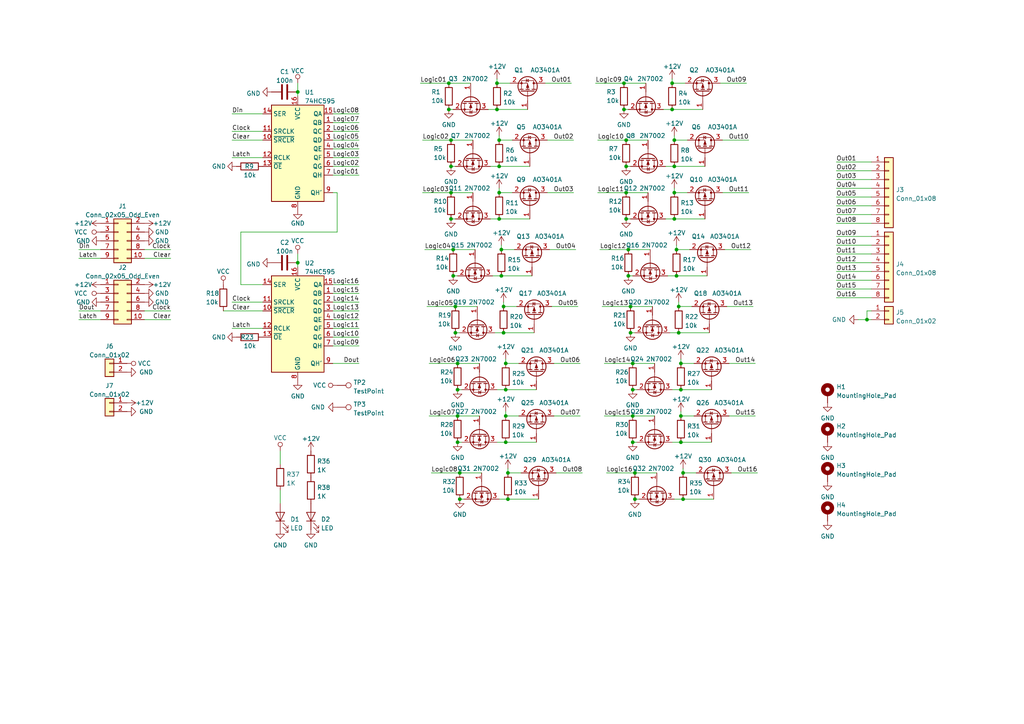
<source format=kicad_sch>
(kicad_sch (version 20211123) (generator eeschema)
  (paper "A4")
  (junction (at 196.215 80.01))
  (junction (at 184.15 144.78))
  (junction (at 197.485 128.27))
  (junction (at 132.715 105.41))
  (junction (at 195.58 55.88))
  (junction (at 195.58 63.5))
  (junction (at 181.61 63.5))
  (junction (at 147.32 137.16))
  (junction (at 132.715 113.03))
  (junction (at 144.78 55.88))
  (junction (at 130.175 24.13))
  (junction (at 182.88 88.9))
  (junction (at 133.35 137.16))
  (junction (at 183.515 105.41))
  (junction (at 180.975 24.13))
  (junction (at 182.245 80.01))
  (junction (at 130.81 48.26))
  (junction (at 86.36 26.67))
  (junction (at 130.175 31.75))
  (junction (at 147.32 144.78))
  (junction (at 196.85 96.52))
  (junction (at 183.515 120.65))
  (junction (at 195.58 48.26))
  (junction (at 130.81 55.88))
  (junction (at 181.61 48.26))
  (junction (at 180.975 31.75))
  (junction (at 132.715 120.65))
  (junction (at 146.685 113.03))
  (junction (at 195.58 40.64))
  (junction (at 145.415 72.39))
  (junction (at 197.485 120.65))
  (junction (at 194.945 24.13))
  (junction (at 181.61 40.64))
  (junction (at 130.81 40.64))
  (junction (at 197.485 105.41))
  (junction (at 132.08 88.9))
  (junction (at 181.61 55.88))
  (junction (at 198.12 137.16))
  (junction (at 146.05 88.9))
  (junction (at 198.12 144.78))
  (junction (at 196.85 88.9))
  (junction (at 144.78 63.5))
  (junction (at 133.35 144.78))
  (junction (at 131.445 72.39))
  (junction (at 183.515 128.27))
  (junction (at 130.81 63.5))
  (junction (at 144.78 40.64))
  (junction (at 146.05 96.52))
  (junction (at 196.215 72.39))
  (junction (at 132.08 96.52))
  (junction (at 132.715 128.27))
  (junction (at 146.685 120.65))
  (junction (at 145.415 80.01))
  (junction (at 194.945 31.75))
  (junction (at 197.485 113.03))
  (junction (at 144.145 24.13))
  (junction (at 131.445 80.01))
  (junction (at 184.15 137.16))
  (junction (at 182.88 96.52))
  (junction (at 144.78 48.26))
  (junction (at 146.685 105.41))
  (junction (at 144.145 31.75))
  (junction (at 251.46 92.71))
  (junction (at 146.685 128.27))
  (junction (at 183.515 113.03))
  (junction (at 182.245 72.39))
  (junction (at 86.36 76.2))
  (wire (pts (xy 97.79 55.88) (xy 97.79 67.31)))
  (wire (pts (xy 96.52 87.63) (xy 104.14 87.63)))
  (wire (pts (xy 41.91 74.93) (xy 49.53 74.93)))
  (wire (pts (xy 242.57 54.61) (xy 252.73 54.61)))
  (wire (pts (xy 143.51 96.52) (xy 146.05 96.52)))
  (wire (pts (xy 158.115 24.13) (xy 165.735 24.13)))
  (wire (pts (xy 133.35 137.16) (xy 139.7 137.16)))
  (wire (pts (xy 210.185 72.39) (xy 217.805 72.39)))
  (wire (pts (xy 242.57 76.2) (xy 252.73 76.2)))
  (wire (pts (xy 197.485 119.38) (xy 197.485 120.65)))
  (wire (pts (xy 41.91 90.17) (xy 49.53 90.17)))
  (wire (pts (xy 209.55 55.88) (xy 217.17 55.88)))
  (wire (pts (xy 132.715 120.65) (xy 139.065 120.65)))
  (wire (pts (xy 81.28 142.24) (xy 81.28 146.05)))
  (wire (pts (xy 147.955 24.13) (xy 144.145 24.13)))
  (wire (pts (xy 144.78 144.78) (xy 147.32 144.78)))
  (wire (pts (xy 151.13 137.16) (xy 147.32 137.16)))
  (wire (pts (xy 86.36 26.67) (xy 86.36 27.94)))
  (wire (pts (xy 86.36 24.13) (xy 86.36 26.67)))
  (wire (pts (xy 86.36 76.2) (xy 86.36 77.47)))
  (wire (pts (xy 144.78 63.5) (xy 153.67 63.5)))
  (wire (pts (xy 142.24 63.5) (xy 144.78 63.5)))
  (wire (pts (xy 195.58 39.37) (xy 195.58 40.64)))
  (wire (pts (xy 242.57 64.77) (xy 252.73 64.77)))
  (wire (pts (xy 195.58 54.61) (xy 195.58 55.88)))
  (wire (pts (xy 125.095 137.16) (xy 133.35 137.16)))
  (wire (pts (xy 180.975 24.13) (xy 187.325 24.13)))
  (wire (pts (xy 130.81 48.26) (xy 132.08 48.26)))
  (wire (pts (xy 96.52 82.55) (xy 104.14 82.55)))
  (wire (pts (xy 160.02 88.9) (xy 167.64 88.9)))
  (wire (pts (xy 195.58 144.78) (xy 198.12 144.78)))
  (wire (pts (xy 200.66 88.9) (xy 196.85 88.9)))
  (wire (pts (xy 96.52 45.72) (xy 104.14 45.72)))
  (wire (pts (xy 199.39 55.88) (xy 195.58 55.88)))
  (wire (pts (xy 242.57 52.07) (xy 252.73 52.07)))
  (wire (pts (xy 194.945 22.86) (xy 194.945 24.13)))
  (wire (pts (xy 132.08 88.9) (xy 138.43 88.9)))
  (wire (pts (xy 130.175 24.13) (xy 136.525 24.13)))
  (wire (pts (xy 193.675 80.01) (xy 196.215 80.01)))
  (wire (pts (xy 194.945 128.27) (xy 197.485 128.27)))
  (wire (pts (xy 132.715 113.03) (xy 133.985 113.03)))
  (wire (pts (xy 196.215 71.12) (xy 196.215 72.39)))
  (wire (pts (xy 160.655 120.65) (xy 168.275 120.65)))
  (wire (pts (xy 251.46 90.17) (xy 251.46 92.71)))
  (wire (pts (xy 182.245 80.01) (xy 183.515 80.01)))
  (wire (pts (xy 184.15 144.78) (xy 185.42 144.78)))
  (wire (pts (xy 172.72 24.13) (xy 180.975 24.13)))
  (wire (pts (xy 158.75 40.64) (xy 166.37 40.64)))
  (wire (pts (xy 132.08 96.52) (xy 133.35 96.52)))
  (wire (pts (xy 183.515 105.41) (xy 189.865 105.41)))
  (wire (pts (xy 242.57 68.58) (xy 252.73 68.58)))
  (wire (pts (xy 181.61 40.64) (xy 187.96 40.64)))
  (wire (pts (xy 198.12 144.78) (xy 207.01 144.78)))
  (wire (pts (xy 132.715 105.41) (xy 139.065 105.41)))
  (wire (pts (xy 22.86 72.39) (xy 29.21 72.39)))
  (wire (pts (xy 184.15 137.16) (xy 190.5 137.16)))
  (wire (pts (xy 242.57 59.69) (xy 252.73 59.69)))
  (wire (pts (xy 147.32 135.89) (xy 147.32 137.16)))
  (wire (pts (xy 41.91 92.71) (xy 49.53 92.71)))
  (wire (pts (xy 76.2 82.55) (xy 69.85 82.55)))
  (wire (pts (xy 194.31 96.52) (xy 196.85 96.52)))
  (wire (pts (xy 180.975 31.75) (xy 182.245 31.75)))
  (wire (pts (xy 132.715 128.27) (xy 133.985 128.27)))
  (wire (pts (xy 148.59 55.88) (xy 144.78 55.88)))
  (wire (pts (xy 22.86 74.93) (xy 29.21 74.93)))
  (wire (pts (xy 67.31 87.63) (xy 76.2 87.63)))
  (wire (pts (xy 69.85 67.31) (xy 69.85 82.55)))
  (wire (pts (xy 146.685 104.14) (xy 146.685 105.41)))
  (wire (pts (xy 242.57 71.12) (xy 252.73 71.12)))
  (wire (pts (xy 181.61 48.26) (xy 182.88 48.26)))
  (wire (pts (xy 123.825 88.9) (xy 132.08 88.9)))
  (wire (pts (xy 210.82 88.9) (xy 218.44 88.9)))
  (wire (pts (xy 211.455 120.65) (xy 219.075 120.65)))
  (wire (pts (xy 148.59 40.64) (xy 144.78 40.64)))
  (wire (pts (xy 195.58 63.5) (xy 204.47 63.5)))
  (wire (pts (xy 96.52 100.33) (xy 104.14 100.33)))
  (wire (pts (xy 197.485 104.14) (xy 197.485 105.41)))
  (wire (pts (xy 96.52 97.79) (xy 104.14 97.79)))
  (wire (pts (xy 182.88 96.52) (xy 184.15 96.52)))
  (wire (pts (xy 144.78 39.37) (xy 144.78 40.64)))
  (wire (pts (xy 96.52 92.71) (xy 104.14 92.71)))
  (wire (pts (xy 193.04 48.26) (xy 195.58 48.26)))
  (wire (pts (xy 67.31 45.72) (xy 76.2 45.72)))
  (wire (pts (xy 67.31 38.1) (xy 76.2 38.1)))
  (wire (pts (xy 160.655 105.41) (xy 168.275 105.41)))
  (wire (pts (xy 124.46 105.41) (xy 132.715 105.41)))
  (wire (pts (xy 149.86 88.9) (xy 146.05 88.9)))
  (wire (pts (xy 67.31 33.02) (xy 76.2 33.02)))
  (wire (pts (xy 122.555 55.88) (xy 130.81 55.88)))
  (wire (pts (xy 144.145 113.03) (xy 146.685 113.03)))
  (wire (pts (xy 147.32 144.78) (xy 156.21 144.78)))
  (wire (pts (xy 96.52 38.1) (xy 104.14 38.1)))
  (wire (pts (xy 130.81 55.88) (xy 137.16 55.88)))
  (wire (pts (xy 131.445 80.01) (xy 132.715 80.01)))
  (wire (pts (xy 131.445 72.39) (xy 137.795 72.39)))
  (wire (pts (xy 150.495 105.41) (xy 146.685 105.41)))
  (wire (pts (xy 130.81 40.64) (xy 137.16 40.64)))
  (wire (pts (xy 144.78 54.61) (xy 144.78 55.88)))
  (wire (pts (xy 201.295 105.41) (xy 197.485 105.41)))
  (wire (pts (xy 175.895 137.16) (xy 184.15 137.16)))
  (wire (pts (xy 123.19 72.39) (xy 131.445 72.39)))
  (wire (pts (xy 209.55 40.64) (xy 217.17 40.64)))
  (wire (pts (xy 194.945 31.75) (xy 203.835 31.75)))
  (wire (pts (xy 242.57 62.23) (xy 252.73 62.23)))
  (wire (pts (xy 183.515 113.03) (xy 184.785 113.03)))
  (wire (pts (xy 194.945 113.03) (xy 197.485 113.03)))
  (wire (pts (xy 200.025 72.39) (xy 196.215 72.39)))
  (wire (pts (xy 242.57 57.15) (xy 252.73 57.15)))
  (wire (pts (xy 182.88 88.9) (xy 189.23 88.9)))
  (wire (pts (xy 252.73 90.17) (xy 251.46 90.17)))
  (wire (pts (xy 96.52 55.88) (xy 97.79 55.88)))
  (wire (pts (xy 67.31 40.64) (xy 76.2 40.64)))
  (wire (pts (xy 175.26 105.41) (xy 183.515 105.41)))
  (wire (pts (xy 173.99 72.39) (xy 182.245 72.39)))
  (wire (pts (xy 242.57 78.74) (xy 252.73 78.74)))
  (wire (pts (xy 141.605 31.75) (xy 144.145 31.75)))
  (wire (pts (xy 96.52 95.25) (xy 104.14 95.25)))
  (wire (pts (xy 144.145 128.27) (xy 146.685 128.27)))
  (wire (pts (xy 158.75 55.88) (xy 166.37 55.88)))
  (wire (pts (xy 251.46 92.71) (xy 252.73 92.71)))
  (wire (pts (xy 64.77 90.17) (xy 76.2 90.17)))
  (wire (pts (xy 22.86 92.71) (xy 29.21 92.71)))
  (wire (pts (xy 181.61 63.5) (xy 182.88 63.5)))
  (wire (pts (xy 174.625 88.9) (xy 182.88 88.9)))
  (wire (pts (xy 242.57 73.66) (xy 252.73 73.66)))
  (wire (pts (xy 242.57 86.36) (xy 252.73 86.36)))
  (wire (pts (xy 196.85 87.63) (xy 196.85 88.9)))
  (wire (pts (xy 142.875 80.01) (xy 145.415 80.01)))
  (wire (pts (xy 145.415 71.12) (xy 145.415 72.39)))
  (wire (pts (xy 242.57 83.82) (xy 252.73 83.82)))
  (wire (pts (xy 96.52 43.18) (xy 104.14 43.18)))
  (wire (pts (xy 133.35 144.78) (xy 134.62 144.78)))
  (wire (pts (xy 146.05 96.52) (xy 154.94 96.52)))
  (wire (pts (xy 22.86 90.17) (xy 29.21 90.17)))
  (wire (pts (xy 146.685 119.38) (xy 146.685 120.65)))
  (wire (pts (xy 211.455 105.41) (xy 219.075 105.41)))
  (wire (pts (xy 81.28 130.81) (xy 81.28 134.62)))
  (wire (pts (xy 146.685 113.03) (xy 155.575 113.03)))
  (wire (pts (xy 201.93 137.16) (xy 198.12 137.16)))
  (wire (pts (xy 182.245 72.39) (xy 188.595 72.39)))
  (wire (pts (xy 96.52 50.8) (xy 104.14 50.8)))
  (wire (pts (xy 67.31 95.25) (xy 76.2 95.25)))
  (wire (pts (xy 124.46 120.65) (xy 132.715 120.65)))
  (wire (pts (xy 199.39 40.64) (xy 195.58 40.64)))
  (wire (pts (xy 96.52 48.26) (xy 104.14 48.26)))
  (wire (pts (xy 96.52 35.56) (xy 104.14 35.56)))
  (wire (pts (xy 86.36 73.66) (xy 86.36 76.2)))
  (wire (pts (xy 175.26 120.65) (xy 183.515 120.65)))
  (wire (pts (xy 144.145 22.86) (xy 144.145 24.13)))
  (wire (pts (xy 96.52 85.09) (xy 104.14 85.09)))
  (wire (pts (xy 242.57 46.99) (xy 252.73 46.99)))
  (wire (pts (xy 183.515 128.27) (xy 184.785 128.27)))
  (wire (pts (xy 183.515 120.65) (xy 189.865 120.65)))
  (wire (pts (xy 196.85 96.52) (xy 205.74 96.52)))
  (wire (pts (xy 97.79 67.31) (xy 69.85 67.31)))
  (wire (pts (xy 41.91 72.39) (xy 49.53 72.39)))
  (wire (pts (xy 121.92 24.13) (xy 130.175 24.13)))
  (wire (pts (xy 96.52 33.02) (xy 104.14 33.02)))
  (wire (pts (xy 142.24 48.26) (xy 144.78 48.26)))
  (wire (pts (xy 96.52 105.41) (xy 104.14 105.41)))
  (wire (pts (xy 192.405 31.75) (xy 194.945 31.75)))
  (wire (pts (xy 122.555 40.64) (xy 130.81 40.64)))
  (wire (pts (xy 181.61 55.88) (xy 187.96 55.88)))
  (wire (pts (xy 96.52 40.64) (xy 104.14 40.64)))
  (wire (pts (xy 96.52 90.17) (xy 104.14 90.17)))
  (wire (pts (xy 201.295 120.65) (xy 197.485 120.65)))
  (wire (pts (xy 144.145 31.75) (xy 153.035 31.75)))
  (wire (pts (xy 173.355 55.88) (xy 181.61 55.88)))
  (wire (pts (xy 159.385 72.39) (xy 167.005 72.39)))
  (wire (pts (xy 173.355 40.64) (xy 181.61 40.64)))
  (wire (pts (xy 197.485 113.03) (xy 206.375 113.03)))
  (wire (pts (xy 198.755 24.13) (xy 194.945 24.13)))
  (wire (pts (xy 242.57 81.28) (xy 252.73 81.28)))
  (wire (pts (xy 146.05 87.63) (xy 146.05 88.9)))
  (wire (pts (xy 212.09 137.16) (xy 219.71 137.16)))
  (wire (pts (xy 130.81 63.5) (xy 132.08 63.5)))
  (wire (pts (xy 193.04 63.5) (xy 195.58 63.5)))
  (wire (pts (xy 208.915 24.13) (xy 216.535 24.13)))
  (wire (pts (xy 149.225 72.39) (xy 145.415 72.39)))
  (wire (pts (xy 161.29 137.16) (xy 168.91 137.16)))
  (wire (pts (xy 242.57 49.53) (xy 252.73 49.53)))
  (wire (pts (xy 144.78 48.26) (xy 153.67 48.26)))
  (wire (pts (xy 197.485 128.27) (xy 206.375 128.27)))
  (wire (pts (xy 146.685 128.27) (xy 155.575 128.27)))
  (wire (pts (xy 145.415 80.01) (xy 154.305 80.01)))
  (wire (pts (xy 196.215 80.01) (xy 205.105 80.01)))
  (wire (pts (xy 195.58 48.26) (xy 204.47 48.26)))
  (wire (pts (xy 248.92 92.71) (xy 251.46 92.71)))
  (wire (pts (xy 198.12 135.89) (xy 198.12 137.16)))
  (wire (pts (xy 150.495 120.65) (xy 146.685 120.65)))
  (wire (pts (xy 130.175 31.75) (xy 131.445 31.75)))
  (label "Latch" (at 67.31 45.72 0))
  (label "Clock" (at 49.53 72.39 180))
  (label "Clear" (at 67.31 90.17 0))
  (label "Out04" (at 167.005 72.39 180))
  (label "Out10" (at 217.17 40.64 180))
  (label "Logic13" (at 174.625 88.9 0))
  (label "Logic11" (at 173.355 55.88 0))
  (label "Dout" (at 22.86 90.17 0))
  (label "Clock" (at 67.31 38.1 0))
  (label "Logic07" (at 104.14 35.56 180))
  (label "Latch" (at 67.31 95.25 0))
  (label "Out04" (at 242.57 54.61 0))
  (label "Out05" (at 167.64 88.9 180))
  (label "Logic03" (at 122.555 55.88 0))
  (label "Logic01" (at 104.14 50.8 180))
  (label "Out11" (at 242.57 73.66 0))
  (label "Logic14" (at 175.26 105.41 0))
  (label "Logic07" (at 124.46 120.65 0))
  (label "Logic16" (at 104.14 82.55 180))
  (label "Logic08" (at 104.14 33.02 180))
  (label "Out06" (at 168.275 105.41 180))
  (label "Clock" (at 67.31 87.63 0))
  (label "Logic10" (at 104.14 97.79 180))
  (label "Din" (at 67.31 33.02 0))
  (label "Out16" (at 219.71 137.16 180))
  (label "Out06" (at 242.57 59.69 0))
  (label "Latch" (at 22.86 74.93 0))
  (label "Logic09" (at 104.14 100.33 180))
  (label "Logic08" (at 125.095 137.16 0))
  (label "Out03" (at 166.37 55.88 180))
  (label "Out07" (at 168.275 120.65 180))
  (label "Out11" (at 217.17 55.88 180))
  (label "Out01" (at 165.735 24.13 180))
  (label "Logic06" (at 104.14 38.1 180))
  (label "Latch" (at 22.86 92.71 0))
  (label "Logic15" (at 175.26 120.65 0))
  (label "Clock" (at 49.53 90.17 180))
  (label "Logic10" (at 173.355 40.64 0))
  (label "Clear" (at 67.31 40.64 0))
  (label "Logic12" (at 104.14 92.71 180))
  (label "Out16" (at 242.57 86.36 0))
  (label "Logic11" (at 104.14 95.25 180))
  (label "Dout" (at 104.14 105.41 180))
  (label "Out08" (at 242.57 64.77 0))
  (label "Out10" (at 242.57 71.12 0))
  (label "Out13" (at 218.44 88.9 180))
  (label "Out12" (at 217.805 72.39 180))
  (label "Logic14" (at 104.14 87.63 180))
  (label "Out15" (at 242.57 83.82 0))
  (label "Out13" (at 242.57 78.74 0))
  (label "Logic12" (at 173.99 72.39 0))
  (label "Clear" (at 49.53 74.93 180))
  (label "Out09" (at 242.57 68.58 0))
  (label "Din" (at 22.86 72.39 0))
  (label "Logic05" (at 104.14 40.64 180))
  (label "Logic05" (at 123.825 88.9 0))
  (label "Logic01" (at 121.92 24.13 0))
  (label "Logic09" (at 172.72 24.13 0))
  (label "Logic15" (at 104.14 85.09 180))
  (label "Logic16" (at 175.895 137.16 0))
  (label "Clear" (at 49.53 92.71 180))
  (label "Out03" (at 242.57 52.07 0))
  (label "Out14" (at 219.075 105.41 180))
  (label "Out07" (at 242.57 62.23 0))
  (label "Logic03" (at 104.14 45.72 180))
  (label "Logic06" (at 124.46 105.41 0))
  (label "Out02" (at 242.57 49.53 0))
  (label "Logic13" (at 104.14 90.17 180))
  (label "Out01" (at 242.57 46.99 0))
  (label "Out12" (at 242.57 76.2 0))
  (label "Out05" (at 242.57 57.15 0))
  (label "Logic02" (at 122.555 40.64 0))
  (label "Logic04" (at 104.14 43.18 180))
  (label "Logic04" (at 123.19 72.39 0))
  (label "Out15" (at 219.075 120.65 180))
  (label "Logic02" (at 104.14 48.26 180))
  (label "Out14" (at 242.57 81.28 0))
  (label "Out02" (at 166.37 40.64 180))
  (label "Out08" (at 168.91 137.16 180))
  (label "Out09" (at 216.535 24.13 180))
  (symbol (lib_id "Device:R") (at 145.415 76.2 0) (unit 1)
    (property "Reference" "R15" (at 147.193 75.3653 0) (effects (justify left)))
    (property "Value" "10k" (at 147.193 77.9022 0) (effects (justify left)))
    (property "Footprint" "pkl_dipol:R_0603" (effects hide))
  )
  (symbol (lib_id "power:GND") (at 78.74 76.2 270) (unit 1)
    (property "Reference" "#PWR0138" (effects hide))
    (property "Value" "GND" (at 75.5651 76.6338 90) (effects (justify right)))
  )
  (symbol (lib_id "Transistor_FET:2N7002") (at 189.865 125.73 270) (unit 1)
    (property "Reference" "Q28" (at 184.785 119.38 90))
    (property "Value" "2N7002" (at 191.135 119.38 90))
    (property "Footprint" "Package_TO_SOT_SMD:SOT-23" (effects hide))
    (property "Datasheet" "https://www.fairchildsemi.com/datasheets/2N/2N7002.pdf" (effects hide))
  )
  (symbol (lib_id "power:GND") (at 97.79 118.11 270) (unit 1)
    (property "Reference" "#PWR0141" (effects hide))
    (property "Value" "GND" (at 90.17 118.11 90) (effects (justify left)))
  )
  (symbol (lib_id "ownLib2:AO3401A") (at 153.035 26.67 270) (mirror x) (unit 1)
    (property "Reference" "Q1" (at 150.495 20.32 90))
    (property "Value" "AO3401A" (at 158.115 20.32 90))
    (property "Footprint" "Package_TO_SOT_SMD:SOT-23" (effects hide))
  )
  (symbol (lib_id "power:GND") (at 240.03 116.84 0) (unit 1)
    (property "Reference" "#PWR05" (effects hide))
    (property "Value" "GND" (at 240.03 121.2834 0))
  )
  (symbol (lib_id "Transistor_FET:2N7002") (at 138.43 93.98 270) (unit 1)
    (property "Reference" "Q19" (at 133.35 87.63 90))
    (property "Value" "2N7002" (at 139.7 87.63 90))
    (property "Footprint" "Package_TO_SOT_SMD:SOT-23" (effects hide))
    (property "Datasheet" "https://www.fairchildsemi.com/datasheets/2N/2N7002.pdf" (effects hide))
  )
  (symbol (lib_id "power:+12V") (at 197.485 104.14 0) (unit 1)
    (property "Reference" "#PWR0113" (effects hide))
    (property "Value" "+12V" (at 197.485 100.5642 0))
  )
  (symbol (lib_id "power:GND") (at 132.08 96.52 0) (unit 1)
    (property "Reference" "#PWR0106" (effects hide))
    (property "Value" "GND" (at 132.08 100.9634 0))
  )
  (symbol (lib_id "Device:R") (at 195.58 44.45 0) (unit 1)
    (property "Reference" "R8" (at 197.358 43.6153 0) (effects (justify left)))
    (property "Value" "10k" (at 197.358 46.1522 0) (effects (justify left)))
    (property "Footprint" "pkl_dipol:R_0603" (effects hide))
  )
  (symbol (lib_id "power:GND") (at 68.58 97.79 270) (unit 1)
    (property "Reference" "#PWR0143" (effects hide))
    (property "Value" "GND" (at 63.5 97.79 90))
  )
  (symbol (lib_id "Transistor_FET:2N7002") (at 139.065 125.73 270) (unit 1)
    (property "Reference" "Q27" (at 133.985 119.38 90))
    (property "Value" "2N7002" (at 140.335 119.38 90))
    (property "Footprint" "Package_TO_SOT_SMD:SOT-23" (effects hide))
    (property "Datasheet" "https://www.fairchildsemi.com/datasheets/2N/2N7002.pdf" (effects hide))
  )
  (symbol (lib_id "Device:LED") (at 81.28 149.86 90) (unit 1)
    (property "Reference" "D1" (at 84.201 150.6255 90) (effects (justify right)))
    (property "Value" "LED" (at 84.201 153.1624 90) (effects (justify right)))
    (property "Footprint" "LED_SMD:LED_0603_1608Metric" (effects hide))
  )
  (symbol (lib_id "power:GND") (at 90.17 153.67 0) (unit 1)
    (property "Reference" "#PWR04" (effects hide))
    (property "Value" "GND" (at 90.17 158.1134 0))
  )
  (symbol (lib_id "power:GND") (at 240.03 151.13 0) (unit 1)
    (property "Reference" "#PWR08" (effects hide))
    (property "Value" "GND" (at 240.03 155.5734 0))
  )
  (symbol (lib_id "power:+12V") (at 29.21 82.55 90) (unit 1)
    (property "Reference" "#PWR015" (effects hide))
    (property "Value" "+12V" (at 24.13 82.55 90))
  )
  (symbol (lib_id "Device:R") (at 132.715 109.22 180) (unit 1)
    (property "Reference" "R24" (at 127.635 107.9531 0) (effects (justify right)))
    (property "Value" "10k" (at 127.635 110.49 0) (effects (justify right)))
    (property "Footprint" "pkl_dipol:R_0603" (effects hide))
  )
  (symbol (lib_id "ownLib2:AO3401A") (at 155.575 107.95 270) (mirror x) (unit 1)
    (property "Reference" "Q21" (at 153.035 101.6 90))
    (property "Value" "AO3401A" (at 160.655 101.6 90))
    (property "Footprint" "Package_TO_SOT_SMD:SOT-23" (effects hide))
  )
  (symbol (lib_id "power:+12V") (at 194.945 22.86 0) (unit 1)
    (property "Reference" "#PWR0119" (effects hide))
    (property "Value" "+12V" (at 194.945 19.2842 0))
  )
  (symbol (lib_id "ownLib2:AO3401A") (at 205.105 74.93 270) (mirror x) (unit 1)
    (property "Reference" "Q14" (at 202.565 68.58 90))
    (property "Value" "AO3401A" (at 210.185 68.58 90))
    (property "Footprint" "Package_TO_SOT_SMD:SOT-23" (effects hide))
  )
  (symbol (lib_id "power:GND") (at 183.515 128.27 0) (unit 1)
    (property "Reference" "#PWR0110" (effects hide))
    (property "Value" "GND" (at 183.515 132.7134 0))
  )
  (symbol (lib_id "Device:R") (at 130.175 27.94 180) (unit 1)
    (property "Reference" "R1" (at 125.095 26.6731 0) (effects (justify right)))
    (property "Value" "10k" (at 125.095 29.21 0) (effects (justify right)))
    (property "Footprint" "pkl_dipol:R_0603" (effects hide))
  )
  (symbol (lib_id "ownLib2:AO3401A") (at 204.47 43.18 270) (mirror x) (unit 1)
    (property "Reference" "Q6" (at 201.93 36.83 90))
    (property "Value" "AO3401A" (at 209.55 36.83 90))
    (property "Footprint" "Package_TO_SOT_SMD:SOT-23" (effects hide))
  )
  (symbol (lib_id "Transistor_FET:2N7002") (at 190.5 142.24 270) (unit 1)
    (property "Reference" "Q32" (at 185.42 135.89 90))
    (property "Value" "2N7002" (at 191.77 135.89 90))
    (property "Footprint" "Package_TO_SOT_SMD:SOT-23" (effects hide))
    (property "Datasheet" "https://www.fairchildsemi.com/datasheets/2N/2N7002.pdf" (effects hide))
  )
  (symbol (lib_id "Device:R") (at 72.39 97.79 270) (unit 1)
    (property "Reference" "R23" (at 73.66 97.79 90) (effects (justify right)))
    (property "Value" "10k" (at 74.295 100.33 90) (effects (justify right)))
    (property "Footprint" "pkl_dipol:R_0603" (effects hide))
  )
  (symbol (lib_id "ownLib2:AO3401A") (at 153.67 43.18 270) (mirror x) (unit 1)
    (property "Reference" "Q5" (at 151.13 36.83 90))
    (property "Value" "AO3401A" (at 158.75 36.83 90))
    (property "Footprint" "Package_TO_SOT_SMD:SOT-23" (effects hide))
  )
  (symbol (lib_id "ownLib2:AO3401A") (at 156.21 139.7 270) (mirror x) (unit 1)
    (property "Reference" "Q29" (at 153.67 133.35 90))
    (property "Value" "AO3401A" (at 161.29 133.35 90))
    (property "Footprint" "Package_TO_SOT_SMD:SOT-23" (effects hide))
  )
  (symbol (lib_id "power:GND") (at 130.175 31.75 0) (unit 1)
    (property "Reference" "#PWR0121" (effects hide))
    (property "Value" "GND" (at 130.175 36.1934 0))
  )
  (symbol (lib_id "ownLib2:AO3401A") (at 203.835 26.67 270) (mirror x) (unit 1)
    (property "Reference" "Q2" (at 201.295 20.32 90))
    (property "Value" "AO3401A" (at 208.915 20.32 90))
    (property "Footprint" "Package_TO_SOT_SMD:SOT-23" (effects hide))
  )
  (symbol (lib_id "power:+12V") (at 146.05 87.63 0) (unit 1)
    (property "Reference" "#PWR0130" (effects hide))
    (property "Value" "+12V" (at 146.05 84.0542 0))
  )
  (symbol (lib_id "Device:R") (at 183.515 124.46 180) (unit 1)
    (property "Reference" "R30" (at 178.435 123.1931 0) (effects (justify right)))
    (property "Value" "10k" (at 178.435 125.73 0) (effects (justify right)))
    (property "Footprint" "pkl_dipol:R_0603" (effects hide))
  )
  (symbol (lib_id "power:GND") (at 130.81 48.26 0) (unit 1)
    (property "Reference" "#PWR0129" (effects hide))
    (property "Value" "GND" (at 130.81 52.7034 0))
  )
  (symbol (lib_id "Connector_Generic:Conn_01x02") (at 31.75 105.41 0) (mirror y) (unit 1)
    (property "Reference" "J6" (at 31.75 100.4402 0))
    (property "Value" "Conn_01x02" (at 31.75 102.9771 0))
    (property "Footprint" "ownCon:WE_691403900002B" (effects hide))
  )
  (symbol (lib_id "74xx:74HC595") (at 86.36 43.18 0) (unit 1)
    (property "Reference" "U1" (at 88.3794 26.7802 0) (effects (justify left)))
    (property "Value" "74HC595" (at 88.3794 29.3171 0) (effects (justify left)))
    (property "Footprint" "Package_SO:SOIC-16_3.9x9.9mm_P1.27mm" (effects hide))
    (property "Datasheet" "http://www.ti.com/lit/ds/symlink/sn74hc595.pdf" (effects hide))
  )
  (symbol (lib_id "Device:R") (at 72.39 48.26 270) (unit 1)
    (property "Reference" "R9" (at 73.66 48.26 90) (effects (justify right)))
    (property "Value" "10k" (at 74.295 50.8 90) (effects (justify right)))
    (property "Footprint" "pkl_dipol:R_0603" (effects hide))
  )
  (symbol (lib_id "power:+12V") (at 197.485 119.38 0) (unit 1)
    (property "Reference" "#PWR0112" (effects hide))
    (property "Value" "+12V" (at 197.485 115.8042 0))
  )
  (symbol (lib_id "ownLib2:AO3401A") (at 155.575 123.19 270) (mirror x) (unit 1)
    (property "Reference" "Q25" (at 153.035 116.84 90))
    (property "Value" "AO3401A" (at 160.655 116.84 90))
    (property "Footprint" "Package_TO_SOT_SMD:SOT-23" (effects hide))
  )
  (symbol (lib_id "power:GND") (at 36.83 107.95 90) (unit 1)
    (property "Reference" "#PWR022" (effects hide))
    (property "Value" "GND" (at 44.45 107.95 90) (effects (justify left)))
  )
  (symbol (lib_id "power:GND") (at 240.03 139.7 0) (unit 1)
    (property "Reference" "#PWR07" (effects hide))
    (property "Value" "GND" (at 240.03 144.1434 0))
  )
  (symbol (lib_id "power:+12V") (at 41.91 82.55 270) (unit 1)
    (property "Reference" "#PWR016" (effects hide))
    (property "Value" "+12V" (at 46.99 82.55 90))
  )
  (symbol (lib_id "Transistor_FET:2N7002") (at 137.16 60.96 270) (unit 1)
    (property "Reference" "Q11" (at 132.08 54.61 90))
    (property "Value" "2N7002" (at 138.43 54.61 90))
    (property "Footprint" "Package_TO_SOT_SMD:SOT-23" (effects hide))
    (property "Datasheet" "https://www.fairchildsemi.com/datasheets/2N/2N7002.pdf" (effects hide))
  )
  (symbol (lib_id "Device:R") (at 147.32 140.97 0) (unit 1)
    (property "Reference" "R33" (at 149.098 140.1353 0) (effects (justify left)))
    (property "Value" "10k" (at 149.098 142.6722 0) (effects (justify left)))
    (property "Footprint" "pkl_dipol:R_0603" (effects hide))
  )
  (symbol (lib_id "power:+12V") (at 198.12 135.89 0) (unit 1)
    (property "Reference" "#PWR0108" (effects hide))
    (property "Value" "+12V" (at 198.12 132.3142 0))
  )
  (symbol (lib_id "Transistor_FET:2N7002") (at 188.595 77.47 270) (unit 1)
    (property "Reference" "Q16" (at 183.515 71.12 90))
    (property "Value" "2N7002" (at 189.865 71.12 90))
    (property "Footprint" "Package_TO_SOT_SMD:SOT-23" (effects hide))
    (property "Datasheet" "https://www.fairchildsemi.com/datasheets/2N/2N7002.pdf" (effects hide))
  )
  (symbol (lib_id "Connector:TestPoint") (at 97.79 111.76 270) (unit 1)
    (property "Reference" "TP2" (at 102.489 110.9253 90) (effects (justify left)))
    (property "Value" "TestPoint" (at 102.489 113.4622 90) (effects (justify left)))
    (property "Footprint" "TestPoint:TestPoint_Pad_D1.5mm" (effects hide))
  )
  (symbol (lib_id "power:+12V") (at 196.215 71.12 0) (unit 1)
    (property "Reference" "#PWR0125" (effects hide))
    (property "Value" "+12V" (at 196.215 67.5442 0))
  )
  (symbol (lib_id "Connector_Generic:Conn_02x05_Odd_Even") (at 34.29 87.63 0) (unit 1)
    (property "Reference" "J2" (at 35.56 77.5802 0))
    (property "Value" "Conn_02x05_Odd_Even" (at 35.56 80.1171 0))
    (property "Footprint" "Connector_IDC:IDC-Header_2x05_P2.54mm_Vertical" (effects hide))
  )
  (symbol (lib_id "power:+12V") (at 36.83 116.84 270) (unit 1)
    (property "Reference" "#PWR023" (effects hide))
    (property "Value" "+12V" (at 41.91 116.84 90))
  )
  (symbol (lib_id "power:GND") (at 182.245 80.01 0) (unit 1)
    (property "Reference" "#PWR0124" (effects hide))
    (property "Value" "GND" (at 182.245 84.4534 0))
  )
  (symbol (lib_id "power:+12V") (at 144.145 22.86 0) (unit 1)
    (property "Reference" "#PWR0122" (effects hide))
    (property "Value" "+12V" (at 144.145 19.2842 0))
  )
  (symbol (lib_id "Device:R") (at 198.12 140.97 0) (unit 1)
    (property "Reference" "R35" (at 199.898 140.1353 0) (effects (justify left)))
    (property "Value" "10k" (at 199.898 142.6722 0) (effects (justify left)))
    (property "Footprint" "pkl_dipol:R_0603" (effects hide))
  )
  (symbol (lib_id "ownLib2:AO3401A") (at 206.375 123.19 270) (mirror x) (unit 1)
    (property "Reference" "Q26" (at 203.835 116.84 90))
    (property "Value" "AO3401A" (at 211.455 116.84 90))
    (property "Footprint" "Package_TO_SOT_SMD:SOT-23" (effects hide))
  )
  (symbol (lib_id "power:GND") (at 131.445 80.01 0) (unit 1)
    (property "Reference" "#PWR0131" (effects hide))
    (property "Value" "GND" (at 131.445 84.4534 0))
  )
  (symbol (lib_id "power:GND") (at 184.15 144.78 0) (unit 1)
    (property "Reference" "#PWR0109" (effects hide))
    (property "Value" "GND" (at 184.15 149.2234 0))
  )
  (symbol (lib_id "Device:R") (at 133.35 140.97 180) (unit 1)
    (property "Reference" "R32" (at 128.27 139.7031 0) (effects (justify right)))
    (property "Value" "10k" (at 128.27 142.24 0) (effects (justify right)))
    (property "Footprint" "pkl_dipol:R_0603" (effects hide))
  )
  (symbol (lib_id "power:VCC") (at 29.21 67.31 90) (unit 1)
    (property "Reference" "#PWR011" (effects hide))
    (property "Value" "VCC" (at 25.4 67.31 90) (effects (justify left)))
  )
  (symbol (lib_id "Transistor_FET:2N7002") (at 139.7 142.24 270) (unit 1)
    (property "Reference" "Q31" (at 134.62 135.89 90))
    (property "Value" "2N7002" (at 140.97 135.89 90))
    (property "Footprint" "Package_TO_SOT_SMD:SOT-23" (effects hide))
    (property "Datasheet" "https://www.fairchildsemi.com/datasheets/2N/2N7002.pdf" (effects hide))
  )
  (symbol (lib_id "power:GND") (at 68.58 48.26 270) (unit 1)
    (property "Reference" "#PWR0146" (effects hide))
    (property "Value" "GND" (at 63.5 48.26 90))
  )
  (symbol (lib_id "ownLib2:AO3401A") (at 154.305 74.93 270) (mirror x) (unit 1)
    (property "Reference" "Q13" (at 151.765 68.58 90))
    (property "Value" "AO3401A" (at 159.385 68.58 90))
    (property "Footprint" "Package_TO_SOT_SMD:SOT-23" (effects hide))
  )
  (symbol (lib_id "Transistor_FET:2N7002") (at 137.795 77.47 270) (unit 1)
    (property "Reference" "Q15" (at 132.715 71.12 90))
    (property "Value" "2N7002" (at 139.065 71.12 90))
    (property "Footprint" "Package_TO_SOT_SMD:SOT-23" (effects hide))
    (property "Datasheet" "https://www.fairchildsemi.com/datasheets/2N/2N7002.pdf" (effects hide))
  )
  (symbol (lib_id "power:+12V") (at 146.685 119.38 0) (unit 1)
    (property "Reference" "#PWR0104" (effects hide))
    (property "Value" "+12V" (at 146.685 115.8042 0))
  )
  (symbol (lib_id "Transistor_FET:2N7002") (at 187.96 60.96 270) (unit 1)
    (property "Reference" "Q12" (at 182.88 54.61 90))
    (property "Value" "2N7002" (at 189.23 54.61 90))
    (property "Footprint" "Package_TO_SOT_SMD:SOT-23" (effects hide))
    (property "Datasheet" "https://www.fairchildsemi.com/datasheets/2N/2N7002.pdf" (effects hide))
  )
  (symbol (lib_id "Device:LED") (at 90.17 149.86 90) (unit 1)
    (property "Reference" "D2" (at 93.091 150.6255 90) (effects (justify right)))
    (property "Value" "LED" (at 93.091 153.1624 90) (effects (justify right)))
    (property "Footprint" "LED_SMD:LED_0603_1608Metric" (effects hide))
  )
  (symbol (lib_id "Mechanical:MountingHole_Pad") (at 240.03 125.73 0) (unit 1)
    (property "Reference" "H2" (at 242.57 123.6253 0) (effects (justify left)))
    (property "Value" "MountingHole_Pad" (at 242.57 126.1622 0) (effects (justify left)))
    (property "Footprint" "MountingHole:MountingHole_3.2mm_M3_Pad_Via" (effects hide))
  )
  (symbol (lib_id "Connector:TestPoint") (at 97.79 118.11 270) (unit 1)
    (property "Reference" "TP3" (at 102.489 117.2753 90) (effects (justify left)))
    (property "Value" "TestPoint" (at 102.489 119.8122 90) (effects (justify left)))
    (property "Footprint" "TestPoint:TestPoint_Pad_D1.5mm" (effects hide))
  )
  (symbol (lib_id "power:GND") (at 181.61 48.26 0) (unit 1)
    (property "Reference" "#PWR0117" (effects hide))
    (property "Value" "GND" (at 181.61 52.7034 0))
  )
  (symbol (lib_id "power:GND") (at 130.81 63.5 0) (unit 1)
    (property "Reference" "#PWR0132" (effects hide))
    (property "Value" "GND" (at 130.81 67.9434 0))
  )
  (symbol (lib_id "Connector_Generic:Conn_02x05_Odd_Even") (at 34.29 69.85 0) (unit 1)
    (property "Reference" "J1" (at 35.56 59.8002 0))
    (property "Value" "Conn_02x05_Odd_Even" (at 35.56 62.3371 0))
    (property "Footprint" "Connector_IDC:IDC-Header_2x05_P2.54mm_Vertical" (effects hide))
  )
  (symbol (lib_id "Device:R") (at 184.15 140.97 180) (unit 1)
    (property "Reference" "R34" (at 179.07 139.7031 0) (effects (justify right)))
    (property "Value" "10k" (at 179.07 142.24 0) (effects (justify right)))
    (property "Footprint" "pkl_dipol:R_0603" (effects hide))
  )
  (symbol (lib_id "power:VCC") (at 36.83 105.41 270) (unit 1)
    (property "Reference" "#PWR021" (effects hide))
    (property "Value" "VCC" (at 41.91 105.41 90))
  )
  (symbol (lib_id "power:GND") (at 182.88 96.52 0) (unit 1)
    (property "Reference" "#PWR0114" (effects hide))
    (property "Value" "GND" (at 182.88 100.9634 0))
  )
  (symbol (lib_id "ownLib2:AO3401A") (at 204.47 58.42 270) (mirror x) (unit 1)
    (property "Reference" "Q10" (at 201.93 52.07 90))
    (property "Value" "AO3401A" (at 209.55 52.07 90))
    (property "Footprint" "Package_TO_SOT_SMD:SOT-23" (effects hide))
  )
  (symbol (lib_id "Transistor_FET:2N7002") (at 189.865 110.49 270) (unit 1)
    (property "Reference" "Q24" (at 184.785 104.14 90))
    (property "Value" "2N7002" (at 191.135 104.14 90))
    (property "Footprint" "Package_TO_SOT_SMD:SOT-23" (effects hide))
    (property "Datasheet" "https://www.fairchildsemi.com/datasheets/2N/2N7002.pdf" (effects hide))
  )
  (symbol (lib_id "power:+12V") (at 145.415 71.12 0) (unit 1)
    (property "Reference" "#PWR0133" (effects hide))
    (property "Value" "+12V" (at 145.415 67.5442 0))
  )
  (symbol (lib_id "power:+12V") (at 147.32 135.89 0) (unit 1)
    (property "Reference" "#PWR0101" (effects hide))
    (property "Value" "+12V" (at 147.32 132.3142 0))
  )
  (symbol (lib_id "power:VCC") (at 86.36 73.66 0) (unit 1)
    (property "Reference" "#PWR0137" (effects hide))
    (property "Value" "VCC" (at 86.36 69.85 0))
  )
  (symbol (lib_id "power:+12V") (at 195.58 54.61 0) (unit 1)
    (property "Reference" "#PWR0115" (effects hide))
    (property "Value" "+12V" (at 195.58 51.0342 0))
  )
  (symbol (lib_id "Device:R") (at 64.77 86.36 180) (unit 1)
    (property "Reference" "R18" (at 59.69 85.0931 0) (effects (justify right)))
    (property "Value" "10k" (at 59.69 87.63 0) (effects (justify right)))
    (property "Footprint" "pkl_dipol:R_0603" (effects hide))
  )
  (symbol (lib_id "Transistor_FET:2N7002") (at 139.065 110.49 270) (unit 1)
    (property "Reference" "Q23" (at 133.985 104.14 90))
    (property "Value" "2N7002" (at 140.335 104.14 90))
    (property "Footprint" "Package_TO_SOT_SMD:SOT-23" (effects hide))
    (property "Datasheet" "https://www.fairchildsemi.com/datasheets/2N/2N7002.pdf" (effects hide))
  )
  (symbol (lib_id "power:+12V") (at 144.78 39.37 0) (unit 1)
    (property "Reference" "#PWR0120" (effects hide))
    (property "Value" "+12V" (at 144.78 35.7942 0))
  )
  (symbol (lib_id "Device:R") (at 146.685 109.22 0) (unit 1)
    (property "Reference" "R25" (at 148.463 108.3853 0) (effects (justify left)))
    (property "Value" "10k" (at 148.463 110.9222 0) (effects (justify left)))
    (property "Footprint" "pkl_dipol:R_0603" (effects hide))
  )
  (symbol (lib_id "Device:C") (at 82.55 26.67 90) (unit 1)
    (property "Reference" "C1" (at 82.55 20.8112 90))
    (property "Value" "100n" (at 82.55 23.3481 90))
    (property "Footprint" "pkl_dipol:C_0603" (effects hide))
  )
  (symbol (lib_id "Mechanical:MountingHole_Pad") (at 240.03 114.3 0) (unit 1)
    (property "Reference" "H1" (at 242.57 112.1953 0) (effects (justify left)))
    (property "Value" "MountingHole_Pad" (at 242.57 114.7322 0) (effects (justify left)))
    (property "Footprint" "MountingHole:MountingHole_3.2mm_M3_Pad_Via" (effects hide))
  )
  (symbol (lib_id "power:VCC") (at 97.79 111.76 90) (unit 1)
    (property "Reference" "#PWR0142" (effects hide))
    (property "Value" "VCC" (at 92.71 111.76 90))
  )
  (symbol (lib_id "Transistor_FET:2N7002") (at 137.16 45.72 270) (unit 1)
    (property "Reference" "Q7" (at 132.08 39.37 90))
    (property "Value" "2N7002" (at 138.43 39.37 90))
    (property "Footprint" "Package_TO_SOT_SMD:SOT-23" (effects hide))
    (property "Datasheet" "https://www.fairchildsemi.com/datasheets/2N/2N7002.pdf" (effects hide))
  )
  (symbol (lib_id "power:GND") (at 29.21 69.85 270) (unit 1)
    (property "Reference" "#PWR013" (effects hide))
    (property "Value" "GND" (at 24.13 69.85 90))
  )
  (symbol (lib_id "Device:R") (at 144.78 59.69 0) (unit 1)
    (property "Reference" "R11" (at 146.558 58.8553 0) (effects (justify left)))
    (property "Value" "10k" (at 146.558 61.3922 0) (effects (justify left)))
    (property "Footprint" "pkl_dipol:R_0603" (effects hide))
  )
  (symbol (lib_id "ownLib2:AO3401A") (at 153.67 58.42 270) (mirror x) (unit 1)
    (property "Reference" "Q9" (at 151.13 52.07 90))
    (property "Value" "AO3401A" (at 158.75 52.07 90))
    (property "Footprint" "Package_TO_SOT_SMD:SOT-23" (effects hide))
  )
  (symbol (lib_id "power:GND") (at 240.03 128.27 0) (unit 1)
    (property "Reference" "#PWR06" (effects hide))
    (property "Value" "GND" (at 240.03 132.7134 0))
  )
  (symbol (lib_id "Device:R") (at 197.485 124.46 0) (unit 1)
    (property "Reference" "R31" (at 199.263 123.6253 0) (effects (justify left)))
    (property "Value" "10k" (at 199.263 126.1622 0) (effects (justify left)))
    (property "Footprint" "pkl_dipol:R_0603" (effects hide))
  )
  (symbol (lib_id "Device:R") (at 132.08 92.71 180) (unit 1)
    (property "Reference" "R19" (at 127 91.4431 0) (effects (justify right)))
    (property "Value" "10k" (at 127 93.98 0) (effects (justify right)))
    (property "Footprint" "pkl_dipol:R_0603" (effects hide))
  )
  (symbol (lib_id "ownLib2:AO3401A") (at 205.74 91.44 270) (mirror x) (unit 1)
    (property "Reference" "Q18" (at 203.2 85.09 90))
    (property "Value" "AO3401A" (at 210.82 85.09 90))
    (property "Footprint" "Package_TO_SOT_SMD:SOT-23" (effects hide))
  )
  (symbol (lib_id "power:GND") (at 180.975 31.75 0) (unit 1)
    (property "Reference" "#PWR0116" (effects hide))
    (property "Value" "GND" (at 180.975 36.1934 0))
  )
  (symbol (lib_id "Device:R") (at 146.685 124.46 0) (unit 1)
    (property "Reference" "R29" (at 148.463 123.6253 0) (effects (justify left)))
    (property "Value" "10k" (at 148.463 126.1622 0) (effects (justify left)))
    (property "Footprint" "pkl_dipol:R_0603" (effects hide))
  )
  (symbol (lib_id "power:+12V") (at 29.21 64.77 90) (unit 1)
    (property "Reference" "#PWR09" (effects hide))
    (property "Value" "+12V" (at 24.13 64.77 90))
  )
  (symbol (lib_id "Device:C") (at 82.55 76.2 90) (unit 1)
    (property "Reference" "C2" (at 82.55 70.3412 90))
    (property "Value" "100n" (at 82.55 72.8781 90))
    (property "Footprint" "pkl_dipol:C_0603" (effects hide))
  )
  (symbol (lib_id "power:GND") (at 41.91 69.85 90) (unit 1)
    (property "Reference" "#PWR014" (effects hide))
    (property "Value" "GND" (at 46.99 69.85 90))
  )
  (symbol (lib_id "Device:R") (at 81.28 138.43 0) (unit 1)
    (property "Reference" "R37" (at 83.058 137.5953 0) (effects (justify left)))
    (property "Value" "1K" (at 83.058 140.1322 0) (effects (justify left)))
    (property "Footprint" "pkl_dipol:R_0603" (effects hide))
  )
  (symbol (lib_id "power:GND") (at 132.715 128.27 0) (unit 1)
    (property "Reference" "#PWR0102" (effects hide))
    (property "Value" "GND" (at 132.715 132.7134 0))
  )
  (symbol (lib_id "power:VCC") (at 29.21 85.09 90) (unit 1)
    (property "Reference" "#PWR017" (effects hide))
    (property "Value" "VCC" (at 25.4 85.09 90) (effects (justify left)))
  )
  (symbol (lib_id "power:GND") (at 132.715 113.03 0) (unit 1)
    (property "Reference" "#PWR0107" (effects hide))
    (property "Value" "GND" (at 132.715 117.4734 0))
  )
  (symbol (lib_id "power:VCC") (at 86.36 24.13 0) (unit 1)
    (property "Reference" "#PWR0134" (effects hide))
    (property "Value" "VCC" (at 86.36 20.5542 0))
  )
  (symbol (lib_id "74xx:74HC595") (at 86.36 92.71 0) (unit 1)
    (property "Reference" "U2" (at 88.3794 76.3102 0) (effects (justify left)))
    (property "Value" "74HC595" (at 88.3794 78.8471 0) (effects (justify left)))
    (property "Footprint" "Package_SO:SOIC-16_3.9x9.9mm_P1.27mm" (effects hide))
    (property "Datasheet" "http://www.ti.com/lit/ds/symlink/sn74hc595.pdf" (effects hide))
  )
  (symbol (lib_id "power:+12V") (at 90.17 130.81 0) (unit 1)
    (property "Reference" "#PWR02" (effects hide))
    (property "Value" "+12V" (at 90.17 127.2342 0))
  )
  (symbol (lib_id "power:GND") (at 29.21 87.63 270) (unit 1)
    (property "Reference" "#PWR019" (effects hide))
    (property "Value" "GND" (at 24.13 87.63 90))
  )
  (symbol (lib_id "Connector_Generic:Conn_01x02") (at 31.75 116.84 0) (mirror y) (unit 1)
    (property "Reference" "J7" (at 31.75 111.8702 0))
    (property "Value" "Conn_01x02" (at 31.75 114.4071 0))
    (property "Footprint" "ownCon:WE_691403900002B" (effects hide))
  )
  (symbol (lib_id "power:GND") (at 81.28 153.67 0) (unit 1)
    (property "Reference" "#PWR03" (effects hide))
    (property "Value" "GND" (at 81.28 158.1134 0))
  )
  (symbol (lib_id "Device:R") (at 130.81 44.45 180) (unit 1)
    (property "Reference" "R5" (at 125.73 43.1831 0) (effects (justify right)))
    (property "Value" "10k" (at 125.73 45.72 0) (effects (justify right)))
    (property "Footprint" "pkl_dipol:R_0603" (effects hide))
  )
  (symbol (lib_id "Device:R") (at 182.245 76.2 180) (unit 1)
    (property "Reference" "R16" (at 177.165 74.9331 0) (effects (justify right)))
    (property "Value" "10k" (at 177.165 77.47 0) (effects (justify right)))
    (property "Footprint" "pkl_dipol:R_0603" (effects hide))
  )
  (symbol (lib_id "power:+12V") (at 144.78 54.61 0) (unit 1)
    (property "Reference" "#PWR0128" (effects hide))
    (property "Value" "+12V" (at 144.78 51.0342 0))
  )
  (symbol (lib_id "power:GND") (at 86.36 60.96 0) (unit 1)
    (property "Reference" "#PWR0136" (effects hide))
    (property "Value" "GND" (at 86.36 64.77 0))
  )
  (symbol (lib_id "Device:R") (at 130.81 59.69 180) (unit 1)
    (property "Reference" "R10" (at 125.73 58.4231 0) (effects (justify right)))
    (property "Value" "10k" (at 125.73 60.96 0) (effects (justify right)))
    (property "Footprint" "pkl_dipol:R_0603" (effects hide))
  )
  (symbol (lib_id "Device:R") (at 197.485 109.22 0) (unit 1)
    (property "Reference" "R27" (at 199.263 108.3853 0) (effects (justify left)))
    (property "Value" "10k" (at 199.263 110.9222 0) (effects (justify left)))
    (property "Footprint" "pkl_dipol:R_0603" (effects hide))
  )
  (symbol (lib_id "ownLib2:AO3401A") (at 154.94 91.44 270) (mirror x) (unit 1)
    (property "Reference" "Q17" (at 152.4 85.09 90))
    (property "Value" "AO3401A" (at 160.02 85.09 90))
    (property "Footprint" "Package_TO_SOT_SMD:SOT-23" (effects hide))
  )
  (symbol (lib_id "power:VCC") (at 81.28 130.81 0) (unit 1)
    (property "Reference" "#PWR01" (effects hide))
    (property "Value" "VCC" (at 81.28 127 0))
  )
  (symbol (lib_id "Connector_Generic:Conn_01x08") (at 257.81 54.61 0) (unit 1)
    (property "Reference" "J3" (at 259.842 55.0453 0) (effects (justify left)))
    (property "Value" "Conn_01x08" (at 259.842 57.5822 0) (effects (justify left)))
    (property "Footprint" "ownCon:WE_691403900008B" (effects hide))
  )
  (symbol (lib_id "ownLib2:AO3401A") (at 206.375 107.95 270) (mirror x) (unit 1)
    (property "Reference" "Q22" (at 203.835 101.6 90))
    (property "Value" "AO3401A" (at 211.455 101.6 90))
    (property "Footprint" "Package_TO_SOT_SMD:SOT-23" (effects hide))
  )
  (symbol (lib_id "ownLib2:AO3401A") (at 207.01 139.7 270) (mirror x) (unit 1)
    (property "Reference" "Q30" (at 204.47 133.35 90))
    (property "Value" "AO3401A" (at 212.09 133.35 90))
    (property "Footprint" "Package_TO_SOT_SMD:SOT-23" (effects hide))
  )
  (symbol (lib_id "Transistor_FET:2N7002") (at 187.325 29.21 270) (unit 1)
    (property "Reference" "Q4" (at 182.245 22.86 90))
    (property "Value" "2N7002" (at 188.595 22.86 90))
    (property "Footprint" "Package_TO_SOT_SMD:SOT-23" (effects hide))
    (property "Datasheet" "https://www.fairchildsemi.com/datasheets/2N/2N7002.pdf" (effects hide))
  )
  (symbol (lib_id "power:GND") (at 133.35 144.78 0) (unit 1)
    (property "Reference" "#PWR0103" (effects hide))
    (property "Value" "GND" (at 133.35 149.2234 0))
  )
  (symbol (lib_id "Transistor_FET:2N7002") (at 187.96 45.72 270) (unit 1)
    (property "Reference" "Q8" (at 182.88 39.37 90))
    (property "Value" "2N7002" (at 189.23 39.37 90))
    (property "Footprint" "Package_TO_SOT_SMD:SOT-23" (effects hide))
    (property "Datasheet" "https://www.fairchildsemi.com/datasheets/2N/2N7002.pdf" (effects hide))
  )
  (symbol (lib_id "Transistor_FET:2N7002") (at 189.23 93.98 270) (unit 1)
    (property "Reference" "Q20" (at 184.15 87.63 90))
    (property "Value" "2N7002" (at 190.5 87.63 90))
    (property "Footprint" "Package_TO_SOT_SMD:SOT-23" (effects hide))
    (property "Datasheet" "https://www.fairchildsemi.com/datasheets/2N/2N7002.pdf" (effects hide))
  )
  (symbol (lib_id "power:GND") (at 183.515 113.03 0) (unit 1)
    (property "Reference" "#PWR0111" (effects hide))
    (property "Value" "GND" (at 183.515 117.4734 0))
  )
  (symbol (lib_id "Device:R") (at 131.445 76.2 180) (unit 1)
    (property "Reference" "R14" (at 126.365 74.9331 0) (effects (justify right)))
    (property "Value" "10k" (at 126.365 77.47 0) (effects (justify right)))
    (property "Footprint" "pkl_dipol:R_0603" (effects hide))
  )
  (symbol (lib_id "power:VCC") (at 64.77 82.55 0) (unit 1)
    (property "Reference" "#PWR0139" (effects hide))
    (property "Value" "VCC" (at 64.77 78.74 0))
  )
  (symbol (lib_id "power:GND") (at 36.83 119.38 90) (unit 1)
    (property "Reference" "#PWR024" (effects hide))
    (property "Value" "GND" (at 44.45 119.38 90) (effects (justify left)))
  )
  (symbol (lib_id "power:+12V") (at 195.58 39.37 0) (unit 1)
    (property "Reference" "#PWR0118" (effects hide))
    (property "Value" "+12V" (at 195.58 35.7942 0))
  )
  (symbol (lib_id "power:GND") (at 86.36 110.49 0) (unit 1)
    (property "Reference" "#PWR0140" (effects hide))
    (property "Value" "GND" (at 86.36 114.9334 0))
  )
  (symbol (lib_id "Device:R") (at 196.85 92.71 0) (unit 1)
    (property "Reference" "R22" (at 198.628 91.8753 0) (effects (justify left)))
    (property "Value" "10k" (at 198.628 94.4122 0) (effects (justify left)))
    (property "Footprint" "pkl_dipol:R_0603" (effects hide))
  )
  (symbol (lib_id "power:GND") (at 78.74 26.67 270) (unit 1)
    (property "Reference" "#PWR0135" (effects hide))
    (property "Value" "GND" (at 75.5651 27.1038 90) (effects (justify right)))
  )
  (symbol (lib_id "Mechanical:MountingHole_Pad") (at 240.03 148.59 0) (unit 1)
    (property "Reference" "H4" (at 242.57 146.4853 0) (effects (justify left)))
    (property "Value" "MountingHole_Pad" (at 242.57 149.0222 0) (effects (justify left)))
    (property "Footprint" "MountingHole:MountingHole_3.2mm_M3_Pad_Via" (effects hide))
  )
  (symbol (lib_id "Device:R") (at 144.78 44.45 0) (unit 1)
    (property "Reference" "R6" (at 146.558 43.6153 0) (effects (justify left)))
    (property "Value" "10k" (at 146.558 46.1522 0) (effects (justify left)))
    (property "Footprint" "pkl_dipol:R_0603" (effects hide))
  )
  (symbol (lib_id "power:+12V") (at 41.91 64.77 270) (unit 1)
    (property "Reference" "#PWR010" (effects hide))
    (property "Value" "+12V" (at 46.99 64.77 90))
  )
  (symbol (lib_id "Mechanical:MountingHole_Pad") (at 240.03 137.16 0) (unit 1)
    (property "Reference" "H3" (at 242.57 135.0553 0) (effects (justify left)))
    (property "Value" "MountingHole_Pad" (at 242.57 137.5922 0) (effects (justify left)))
    (property "Footprint" "MountingHole:MountingHole_3.2mm_M3_Pad_Via" (effects hide))
  )
  (symbol (lib_id "Device:R") (at 182.88 92.71 180) (unit 1)
    (property "Reference" "R21" (at 177.8 91.4431 0) (effects (justify right)))
    (property "Value" "10k" (at 177.8 93.98 0) (effects (justify right)))
    (property "Footprint" "pkl_dipol:R_0603" (effects hide))
  )
  (symbol (lib_id "power:GND") (at 41.91 87.63 90) (unit 1)
    (property "Reference" "#PWR020" (effects hide))
    (property "Value" "GND" (at 46.99 87.63 90))
  )
  (symbol (lib_id "Device:R") (at 180.975 27.94 180) (unit 1)
    (property "Reference" "R3" (at 175.895 26.6731 0) (effects (justify right)))
    (property "Value" "10k" (at 175.895 29.21 0) (effects (justify right)))
    (property "Footprint" "pkl_dipol:R_0603" (effects hide))
  )
  (symbol (lib_id "Device:R") (at 181.61 59.69 180) (unit 1)
    (property "Reference" "R12" (at 176.53 58.4231 0) (effects (justify right)))
    (property "Value" "10k" (at 176.53 60.96 0) (effects (justify right)))
    (property "Footprint" "pkl_dipol:R_0603" (effects hide))
  )
  (symbol (lib_id "power:+12V") (at 146.685 104.14 0) (unit 1)
    (property "Reference" "#PWR0105" (effects hide))
    (property "Value" "+12V" (at 146.685 100.5642 0))
  )
  (symbol (lib_id "power:GND") (at 181.61 63.5 0) (unit 1)
    (property "Reference" "#PWR0123" (effects hide))
    (property "Value" "GND" (at 181.61 67.9434 0))
  )
  (symbol (lib_id "power:+12V") (at 196.85 87.63 0) (unit 1)
    (property "Reference" "#PWR0126" (effects hide))
    (property "Value" "+12V" (at 196.85 84.0542 0))
  )
  (symbol (lib_id "power:GND") (at 41.91 85.09 90) (unit 1)
    (property "Reference" "#PWR018" (effects hide))
    (property "Value" "GND" (at 46.99 85.09 90))
  )
  (symbol (lib_id "Connector_Generic:Conn_01x02") (at 257.81 90.17 0) (unit 1)
    (property "Reference" "J5" (at 259.842 90.6053 0) (effects (justify left)))
    (property "Value" "Conn_01x02" (at 259.842 93.1422 0) (effects (justify left)))
    (property "Footprint" "ownCon:WE_691403900002B" (effects hide))
  )
  (symbol (lib_id "power:GND") (at 248.92 92.71 270) (unit 1)
    (property "Reference" "#PWR0127" (effects hide))
    (property "Value" "GND" (at 241.3 92.71 90) (effects (justify left)))
  )
  (symbol (lib_id "Device:R") (at 132.715 124.46 180) (unit 1)
    (property "Reference" "R28" (at 127.635 123.1931 0) (effects (justify right)))
    (property "Value" "10k" (at 127.635 125.73 0) (effects (justify right)))
    (property "Footprint" "pkl_dipol:R_0603" (effects hide))
  )
  (symbol (lib_id "Device:R") (at 183.515 109.22 180) (unit 1)
    (property "Reference" "R26" (at 178.435 107.9531 0) (effects (justify right)))
    (property "Value" "10k" (at 178.435 110.49 0) (effects (justify right)))
    (property "Footprint" "pkl_dipol:R_0603" (effects hide))
  )
  (symbol (lib_id "Device:R") (at 144.145 27.94 0) (unit 1)
    (property "Reference" "R2" (at 145.923 27.1053 0) (effects (justify left)))
    (property "Value" "10k" (at 145.923 29.6422 0) (effects (justify left)))
    (property "Footprint" "pkl_dipol:R_0603" (effects hide))
  )
  (symbol (lib_id "Device:R") (at 196.215 76.2 0) (unit 1)
    (property "Reference" "R17" (at 197.993 75.3653 0) (effects (justify left)))
    (property "Value" "10k" (at 197.993 77.9022 0) (effects (justify left)))
    (property "Footprint" "pkl_dipol:R_0603" (effects hide))
  )
  (symbol (lib_id "Device:R") (at 146.05 92.71 0) (unit 1)
    (property "Reference" "R20" (at 147.828 91.8753 0) (effects (justify left)))
    (property "Value" "10k" (at 147.828 94.4122 0) (effects (justify left)))
    (property "Footprint" "pkl_dipol:R_0603" (effects hide))
  )
  (symbol (lib_id "Device:R") (at 195.58 59.69 0) (unit 1)
    (property "Reference" "R13" (at 197.358 58.8553 0) (effects (justify left)))
    (property "Value" "10k" (at 197.358 61.3922 0) (effects (justify left)))
    (property "Footprint" "pkl_dipol:R_0603" (effects hide))
  )
  (symbol (lib_id "Device:R") (at 90.17 142.24 0) (unit 1)
    (property "Reference" "R38" (at 91.948 141.4053 0) (effects (justify left)))
    (property "Value" "1K" (at 91.948 143.9422 0) (effects (justify left)))
    (property "Footprint" "pkl_dipol:R_0603" (effects hide))
  )
  (symbol (lib_id "power:GND") (at 41.91 67.31 90) (unit 1)
    (property "Reference" "#PWR012" (effects hide))
    (property "Value" "GND" (at 46.99 67.31 90))
  )
  (symbol (lib_id "Device:R") (at 90.17 134.62 0) (unit 1)
    (property "Reference" "R36" (at 91.948 133.7853 0) (effects (justify left)))
    (property "Value" "1K" (at 91.948 136.3222 0) (effects (justify left)))
    (property "Footprint" "pkl_dipol:R_0603" (effects hide))
  )
  (symbol (lib_id "Transistor_FET:2N7002") (at 136.525 29.21 270) (unit 1)
    (property "Reference" "Q3" (at 131.445 22.86 90))
    (property "Value" "2N7002" (at 137.795 22.86 90))
    (property "Footprint" "Package_TO_SOT_SMD:SOT-23" (effects hide))
    (property "Datasheet" "https://www.fairchildsemi.com/datasheets/2N/2N7002.pdf" (effects hide))
  )
  (symbol (lib_id "Connector_Generic:Conn_01x08") (at 257.81 76.2 0) (unit 1)
    (property "Reference" "J4" (at 259.842 76.6353 0) (effects (justify left)))
    (property "Value" "Conn_01x08" (at 259.842 79.1722 0) (effects (justify left)))
    (property "Footprint" "ownCon:WE_691403900008B" (effects hide))
  )
  (symbol (lib_id "Device:R") (at 181.61 44.45 180) (unit 1)
    (property "Reference" "R7" (at 176.53 43.1831 0) (effects (justify right)))
    (property "Value" "10k" (at 176.53 45.72 0) (effects (justify right)))
    (property "Footprint" "pkl_dipol:R_0603" (effects hide))
  )
  (symbol (lib_id "Device:R") (at 194.945 27.94 0) (unit 1)
    (property "Reference" "R4" (at 196.723 27.1053 0) (effects (justify left)))
    (property "Value" "10k" (at 196.723 29.6422 0) (effects (justify left)))
    (property "Footprint" "pkl_dipol:R_0603" (effects hide))
  )
)
</source>
